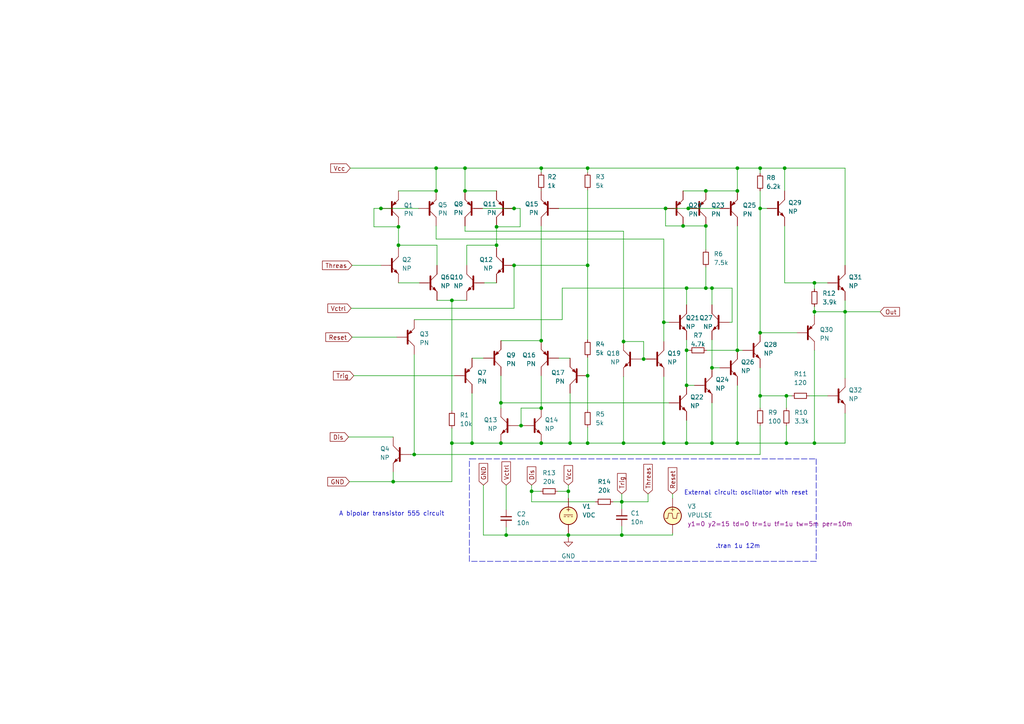
<source format=kicad_sch>
(kicad_sch (version 20231120) (generator "eeschema") (generator_version "8.0")
  (paper "A4")
  (lib_symbols
    (symbol "Device:C_Small" (pin_numbers hide) (pin_names (offset 0.254) hide)
      (property "Reference" "C" (at 0.254 1.778 0))
      (property "Value" "C_Small" (at 0.254 -2.032 0))
      (symbol "C_Small_0_1"
        (polyline (pts (xy -1.524 -0.508) (xy 1.524 -0.508)) (stroke (width 0.3302)))
        (polyline (pts (xy -1.524 0.508) (xy 1.524 0.508)) (stroke (width 0.3048)))
      )
      (symbol "C_Small_1_1"
        (pin passive line (at 0 2.54 270) (length 2.032) (name "~") (number "1"))
        (pin passive line (at 0 -2.54 90) (length 2.032) (name "~") (number "2"))
      )
    )
    (symbol "Device:R_Small" (pin_numbers hide) (pin_names (offset 0.254) hide)
      (property "Reference" "R" (at 0.762 0.508 0))
      (property "Value" "R_Small" (at 0.762 -1.016 0))
      (symbol "R_Small_0_1"
        (rectangle (start -0.762 1.778) (end 0.762 -1.778) (stroke (width 0.2032)))
      )
      (symbol "R_Small_1_1"
        (pin passive line (at 0 2.54 270) (length 0.762) (name "~") (number "1"))
        (pin passive line (at 0 -2.54 90) (length 0.762) (name "~") (number "2"))
      )
    )
    (symbol "Simulation_SPICE:VDC" (pin_numbers hide) (pin_names (offset 0.0254))
      (property "Reference" "V" (at 2.54 2.54 0))
      (property "Value" "VDC" (at 2.54 0 0))
      (property "Spice_Model" "dc(1)" (at 2.54 -2.54 0))
      (symbol "VDC_0_0"
        (polyline (pts (xy -1.27 0.254) (xy 1.27 0.254)))
        (polyline (pts (xy -0.762 -0.254) (xy -1.27 -0.254)))
        (polyline (pts (xy 0.254 -0.254) (xy -0.254 -0.254)))
        (polyline (pts (xy 1.27 -0.254) (xy 0.762 -0.254)))
        (text "+" (at 0 1.905 0) (effects (font (size 1.27 1.27))))
      )
      (symbol "VDC_0_1"
        (circle (center 0 0) (radius 2.54) (stroke (width 0.254)) (fill (type background)))
      )
      (symbol "VDC_1_1"
        (pin passive line (at 0 5.08 270) (length 2.54) (name "~") (number "1"))
        (pin passive line (at 0 -5.08 90) (length 2.54) (name "~") (number "2"))
      )
    )
    (symbol "Simulation_SPICE:VPULSE" (pin_numbers hide) (pin_names (offset 0.0254))
      (property "Reference" "V" (at 2.54 2.54 0))
      (property "Value" "VPULSE" (at 2.54 0 0))
      (property "Spice_Model" "pulse(0 1 2n 2n 2n 50n 100n)" (at 2.54 -2.54 0))
      (symbol "VPULSE_0_0"
        (polyline (pts (xy -2.032 -0.762) (xy -1.397 -0.762) (xy -1.143 0.762) (xy -0.127 0.762) (xy 0.127 -0.762) (xy 1.143 -0.762) (xy 1.397 0.762) (xy 2.032 0.762)))
        (text "+" (at 0 1.905 0) (effects (font (size 1.27 1.27))))
      )
      (symbol "VPULSE_0_1"
        (circle (center 0 0) (radius 2.54) (stroke (width 0.254)) (fill (type background)))
      )
      (symbol "VPULSE_1_1"
        (pin passive line (at 0 5.08 270) (length 2.54) (name "~") (number "1"))
        (pin passive line (at 0 -5.08 90) (length 2.54) (name "~") (number "2"))
      )
    )
    (symbol "Transistor_BJT:BCV61" (pin_numbers hide) (pin_names (offset 0) hide)
      (property "Reference" "Q?" (at 6.096 1.6511 0))
      (property "Value" "NP" (at 6.096 -0.8889 0))
      (symbol "BCV61_0_1"
        (polyline (pts (xy 2.54 0) (xy 3.302 0)) (stroke (width 0.1524)))
        (polyline (pts (xy 5.08 -2.54) (xy 3.175 -0.635)))
        (polyline (pts (xy 5.08 2.54) (xy 3.175 0.635)))
        (polyline (pts (xy 3.175 -1.905) (xy 3.175 1.905) (xy 3.175 1.905)) (stroke (width 0.508)) (fill (type outline)))
        (polyline (pts (xy 3.81 -1.778) (xy 4.318 -1.27) (xy 4.826 -2.286) (xy 3.81 -1.778) (xy 3.81 -1.778)) (fill (type outline)))
      )
      (symbol "BCV61_1_1"
        (pin passive line (at 5.08 5.08 270) (length 2.54) (name "C") (number "1"))
        (pin passive line (at 0 0 0) (length 2.54) (name "B") (number "2"))
        (pin passive line (at 5.08 -5.08 90) (length 2.54) (name "E") (number "3"))
      )
    )
    (symbol "Transistor_BJT:BCV62" (pin_numbers hide) (pin_names (offset 0) hide)
      (property "Reference" "Q?" (at 6.604 0.8891 0))
      (property "Value" "PN" (at 6.604 -1.6509 0))
      (symbol "BCV62_0_0"
        (pin passive line (at 0 0 0) (length 2.54) (name "B") (number "2"))
      )
      (symbol "BCV62_0_1"
        (polyline (pts (xy 2.54 0) (xy 3.048 0)) (stroke (width 0.1524)))
        (polyline (pts (xy 5.08 -2.54) (xy 3.175 -0.635)))
        (polyline (pts (xy 5.08 2.54) (xy 3.175 0.635)))
        (polyline (pts (xy 3.175 -1.905) (xy 3.175 1.905) (xy 3.175 1.905)) (stroke (width 0.508)) (fill (type outline)))
        (polyline (pts (xy 3.937 1.905) (xy 4.445 1.397) (xy 3.429 0.889) (xy 3.937 1.905) (xy 3.937 1.905)) (fill (type outline)))
      )
      (symbol "BCV62_1_1"
        (pin passive line (at 5.08 -5.08 90) (length 2.54) (name "C") (number "1"))
        (pin passive line (at 5.08 5.08 270) (length 2.54) (name "E") (number "3"))
      )
    )
    (symbol "power:GND" (power) (pin_names (offset 0))
      (property "Value" "GND" (at 0 -3.81 0))
      (symbol "GND_0_1"
        (polyline (pts (xy 0 0) (xy 0 -1.27) (xy 1.27 -1.27) (xy 0 -2.54) (xy -1.27 -1.27) (xy 0 -1.27)))
      )
      (symbol "GND_1_1"
        (pin power_in line (at 0 0 270) (length 0) hide (name "GND") (number "1"))
      )
    )
  )
  (junction (at 220.472 60.452))
  (junction (at 206.502 128.524))
  (junction (at 164.846 142.494))
  (junction (at 126.492 55.372))
  (junction (at 180.848 99.06))
  (junction (at 126.492 48.768))
  (junction (at 136.906 128.524))
  (junction (at 114.046 139.7))
  (junction (at 170.434 76.962))
  (junction (at 199.136 101.6))
  (junction (at 131.064 87.122))
  (junction (at 180.848 128.524))
  (junction (at 199.136 83.566))
  (junction (at 192.532 128.524))
  (junction (at 206.502 83.566))
  (junction (at 170.434 48.768))
  (junction (at 115.57 65.786))
  (junction (at 156.972 118.364))
  (junction (at 170.434 108.966))
  (junction (at 213.868 48.768))
  (junction (at 156.972 128.524))
  (junction (at 199.136 128.524))
  (junction (at 144.018 71.12))
  (junction (at 204.724 83.566))
  (junction (at 193.04 60.452))
  (junction (at 206.502 106.68))
  (junction (at 110.49 60.452))
  (junction (at 245.11 90.424))
  (junction (at 199.644 60.452))
  (junction (at 145.288 116.84))
  (junction (at 180.34 145.542))
  (junction (at 151.13 123.444))
  (junction (at 220.472 48.768))
  (junction (at 199.136 111.76))
  (junction (at 236.22 82.042))
  (junction (at 236.22 90.424))
  (junction (at 146.812 155.194))
  (junction (at 115.57 71.12))
  (junction (at 228.092 114.808))
  (junction (at 192.532 93.472))
  (junction (at 227.584 48.768))
  (junction (at 180.34 155.194))
  (junction (at 228.092 128.524))
  (junction (at 165.354 128.524))
  (junction (at 134.874 48.768))
  (junction (at 134.874 55.372))
  (junction (at 204.724 55.372))
  (junction (at 170.434 128.524))
  (junction (at 213.868 101.6))
  (junction (at 145.288 128.524))
  (junction (at 156.972 48.768))
  (junction (at 204.724 65.532))
  (junction (at 164.846 155.194))
  (junction (at 220.472 114.808))
  (junction (at 154.178 142.494))
  (junction (at 186.69 104.14))
  (junction (at 198.12 65.532))
  (junction (at 156.972 98.806))
  (junction (at 149.098 60.452))
  (junction (at 213.868 128.524))
  (junction (at 213.868 55.372))
  (junction (at 236.22 128.524))
  (junction (at 120.142 131.826))
  (junction (at 131.064 128.524))
  (junction (at 149.098 76.962))
  (junction (at 144.018 65.786))
  (junction (at 220.472 96.52))
  (wire (pts (xy 151.13 118.364) (xy 156.972 118.364)))
  (wire (pts (xy 220.472 131.826) (xy 220.472 123.444)))
  (wire (pts (xy 220.472 60.452) (xy 222.504 60.452)))
  (wire (pts (xy 131.064 87.122) (xy 131.064 119.126)))
  (wire (pts (xy 115.57 65.786) (xy 115.57 71.12)))
  (wire (pts (xy 206.502 116.84) (xy 206.502 128.524)))
  (wire (pts (xy 236.22 90.424) (xy 236.22 91.44)))
  (wire (pts (xy 213.868 48.768) (xy 213.868 55.372)))
  (wire (pts (xy 206.502 128.524) (xy 199.136 128.524)))
  (wire (pts (xy 145.288 128.524) (xy 156.972 128.524)))
  (wire (pts (xy 101.854 89.408) (xy 149.098 89.408)))
  (wire (pts (xy 101.6 48.768) (xy 126.492 48.768)))
  (wire (pts (xy 131.064 128.524) (xy 131.064 139.7)))
  (wire (pts (xy 227.584 65.532) (xy 227.584 82.042)))
  (wire (pts (xy 172.72 145.542) (xy 154.178 145.542)))
  (wire (pts (xy 220.472 55.372) (xy 220.472 60.452)))
  (wire (pts (xy 170.434 55.118) (xy 170.434 76.962)))
  (wire (pts (xy 149.098 76.962) (xy 149.098 89.408)))
  (wire (pts (xy 180.848 109.22) (xy 180.848 128.524)))
  (wire (pts (xy 150.368 123.444) (xy 151.13 123.444)))
  (wire (pts (xy 126.492 65.532) (xy 126.492 69.342)))
  (wire (pts (xy 156.972 128.524) (xy 165.354 128.524)))
  (wire (pts (xy 170.434 128.524) (xy 165.354 128.524)))
  (wire (pts (xy 131.064 124.206) (xy 131.064 128.524)))
  (wire (pts (xy 134.874 55.372) (xy 144.018 55.372)))
  (wire (pts (xy 204.724 55.372) (xy 213.868 55.372)))
  (polyline (pts (xy 236.728 162.814) (xy 136.144 162.814)) (stroke (width 0) (type dash)))
  (wire (pts (xy 144.018 71.12) (xy 144.018 71.882)))
  (wire (pts (xy 245.11 90.424) (xy 245.11 109.728)))
  (wire (pts (xy 180.848 128.524) (xy 170.434 128.524)))
  (wire (pts (xy 165.354 114.046) (xy 165.354 128.524)))
  (wire (pts (xy 245.11 119.888) (xy 245.11 128.524)))
  (wire (pts (xy 163.068 92.71) (xy 163.068 83.566)))
  (wire (pts (xy 102.108 76.962) (xy 110.49 76.962)))
  (wire (pts (xy 195.072 155.194) (xy 180.34 155.194)))
  (wire (pts (xy 180.34 152.654) (xy 180.34 155.194)))
  (wire (pts (xy 170.434 48.768) (xy 170.434 50.038)))
  (wire (pts (xy 102.108 97.79) (xy 115.062 97.79)))
  (wire (pts (xy 108.458 60.452) (xy 108.458 65.786)))
  (wire (pts (xy 193.04 60.452) (xy 193.04 65.532)))
  (wire (pts (xy 145.288 98.806) (xy 156.972 98.806)))
  (wire (pts (xy 170.434 76.962) (xy 170.434 98.552)))
  (wire (pts (xy 170.434 108.966) (xy 170.434 118.872)))
  (wire (pts (xy 134.874 67.056) (xy 180.848 67.056)))
  (wire (pts (xy 199.136 111.76) (xy 201.422 111.76)))
  (wire (pts (xy 151.13 123.444) (xy 151.892 123.444)))
  (wire (pts (xy 198.12 65.532) (xy 204.724 65.532)))
  (wire (pts (xy 134.874 48.768) (xy 134.874 55.372)))
  (wire (pts (xy 146.812 140.716) (xy 146.812 147.828)))
  (wire (pts (xy 180.34 145.542) (xy 187.96 145.542)))
  (wire (pts (xy 228.092 128.524) (xy 236.22 128.524)))
  (wire (pts (xy 220.472 106.68) (xy 220.472 114.808)))
  (wire (pts (xy 115.57 71.12) (xy 126.746 71.12)))
  (wire (pts (xy 146.812 155.194) (xy 164.846 155.194)))
  (wire (pts (xy 115.57 71.12) (xy 115.57 71.882)))
  (wire (pts (xy 126.746 71.12) (xy 126.746 76.962)))
  (wire (pts (xy 213.868 111.76) (xy 213.868 128.524)))
  (wire (pts (xy 227.584 82.042) (xy 236.22 82.042)))
  (wire (pts (xy 156.972 50.038) (xy 156.972 48.768)))
  (wire (pts (xy 136.906 114.046) (xy 136.906 128.524)))
  (wire (pts (xy 213.868 101.6) (xy 213.868 65.532)))
  (wire (pts (xy 245.11 48.768) (xy 245.11 76.962)))
  (wire (pts (xy 206.502 83.566) (xy 206.502 88.392)))
  (wire (pts (xy 170.434 48.768) (xy 213.868 48.768)))
  (wire (pts (xy 151.13 123.444) (xy 151.13 118.364)))
  (wire (pts (xy 198.12 55.372) (xy 204.724 55.372)))
  (wire (pts (xy 199.644 60.452) (xy 208.788 60.452)))
  (wire (pts (xy 164.846 154.686) (xy 164.846 155.194)))
  (wire (pts (xy 114.046 136.906) (xy 114.046 139.7)))
  (wire (pts (xy 144.018 65.786) (xy 144.018 71.12)))
  (wire (pts (xy 212.344 93.472) (xy 212.344 83.566)))
  (wire (pts (xy 220.472 96.52) (xy 231.14 96.52)))
  (wire (pts (xy 204.724 83.566) (xy 206.502 83.566)))
  (wire (pts (xy 145.288 116.84) (xy 194.056 116.84)))
  (wire (pts (xy 199.136 98.552) (xy 199.136 101.6)))
  (wire (pts (xy 156.972 48.768) (xy 170.434 48.768)))
  (wire (pts (xy 146.812 152.908) (xy 146.812 155.194)))
  (wire (pts (xy 115.57 82.042) (xy 121.666 82.042)))
  (wire (pts (xy 136.906 128.524) (xy 145.288 128.524)))
  (wire (pts (xy 144.018 65.532) (xy 144.018 65.786)))
  (wire (pts (xy 213.868 101.6) (xy 215.392 101.6)))
  (wire (pts (xy 206.502 98.552) (xy 206.502 106.68)))
  (wire (pts (xy 126.746 87.122) (xy 131.064 87.122)))
  (wire (pts (xy 204.724 65.532) (xy 204.724 72.39)))
  (wire (pts (xy 234.696 114.808) (xy 240.03 114.808)))
  (wire (pts (xy 206.502 106.68) (xy 208.788 106.68)))
  (polyline (pts (xy 236.728 133.096) (xy 236.728 162.814)) (stroke (width 0) (type dash)))
  (wire (pts (xy 213.868 48.768) (xy 220.472 48.768)))
  (wire (pts (xy 115.57 65.532) (xy 115.57 65.786)))
  (wire (pts (xy 156.972 65.532) (xy 156.972 98.806)))
  (wire (pts (xy 236.22 88.9) (xy 236.22 90.424)))
  (wire (pts (xy 220.472 60.452) (xy 220.472 96.52)))
  (wire (pts (xy 192.532 109.22) (xy 192.532 128.524)))
  (wire (pts (xy 162.052 103.886) (xy 165.354 103.886)))
  (wire (pts (xy 126.492 48.768) (xy 134.874 48.768)))
  (wire (pts (xy 211.582 93.472) (xy 212.344 93.472)))
  (wire (pts (xy 185.928 104.14) (xy 186.69 104.14)))
  (wire (pts (xy 228.092 128.524) (xy 213.868 128.524)))
  (wire (pts (xy 228.092 114.808) (xy 229.616 114.808)))
  (wire (pts (xy 192.532 128.524) (xy 180.848 128.524)))
  (wire (pts (xy 228.092 123.444) (xy 228.092 128.524)))
  (wire (pts (xy 120.142 131.826) (xy 119.126 131.826)))
  (polyline (pts (xy 136.144 133.096) (xy 136.398 133.096)) (stroke (width 0) (type dash)))
  (wire (pts (xy 121.412 60.452) (xy 110.49 60.452)))
  (wire (pts (xy 236.22 128.524) (xy 245.11 128.524)))
  (wire (pts (xy 101.346 139.7) (xy 114.046 139.7)))
  (wire (pts (xy 180.34 143.256) (xy 180.34 145.542)))
  (wire (pts (xy 149.098 76.962) (xy 170.434 76.962)))
  (wire (pts (xy 140.462 82.042) (xy 144.018 82.042)))
  (wire (pts (xy 101.092 126.746) (xy 114.046 126.746)))
  (wire (pts (xy 220.472 114.808) (xy 228.092 114.808)))
  (wire (pts (xy 220.472 48.768) (xy 227.584 48.768)))
  (wire (pts (xy 154.178 145.542) (xy 154.178 142.494)))
  (wire (pts (xy 108.458 65.786) (xy 115.57 65.786)))
  (wire (pts (xy 199.136 83.566) (xy 199.136 88.392)))
  (wire (pts (xy 245.11 87.122) (xy 245.11 90.424)))
  (wire (pts (xy 154.178 140.716) (xy 154.178 142.494)))
  (wire (pts (xy 170.434 103.632) (xy 170.434 108.966)))
  (wire (pts (xy 192.532 93.472) (xy 194.056 93.472)))
  (wire (pts (xy 204.978 101.6) (xy 213.868 101.6)))
  (wire (pts (xy 139.954 60.452) (xy 149.098 60.452)))
  (wire (pts (xy 149.098 60.452) (xy 150.876 60.452)))
  (wire (pts (xy 156.972 108.966) (xy 156.972 118.364)))
  (wire (pts (xy 145.288 108.966) (xy 145.288 116.84)))
  (wire (pts (xy 134.874 48.768) (xy 156.972 48.768)))
  (wire (pts (xy 195.072 154.686) (xy 195.072 155.194)))
  (wire (pts (xy 180.848 99.06) (xy 186.69 99.06)))
  (wire (pts (xy 135.382 71.12) (xy 144.018 71.12)))
  (wire (pts (xy 163.068 83.566) (xy 199.136 83.566)))
  (wire (pts (xy 126.492 69.342) (xy 192.532 69.342)))
  (wire (pts (xy 186.69 104.14) (xy 187.452 104.14)))
  (wire (pts (xy 135.382 76.962) (xy 135.382 71.12)))
  (wire (pts (xy 213.868 128.524) (xy 206.502 128.524)))
  (wire (pts (xy 199.136 128.524) (xy 192.532 128.524)))
  (wire (pts (xy 193.04 65.532) (xy 198.12 65.532)))
  (wire (pts (xy 102.616 108.966) (xy 131.826 108.966)))
  (wire (pts (xy 236.22 82.042) (xy 236.22 83.82)))
  (wire (pts (xy 164.846 155.194) (xy 164.846 155.956)))
  (wire (pts (xy 180.34 145.542) (xy 180.34 147.574)))
  (wire (pts (xy 150.876 60.452) (xy 150.876 65.786)))
  (wire (pts (xy 120.142 102.87) (xy 120.142 131.826)))
  (wire (pts (xy 187.96 143.256) (xy 187.96 145.542)))
  (wire (pts (xy 236.22 82.042) (xy 240.03 82.042)))
  (wire (pts (xy 186.69 99.06) (xy 186.69 104.14)))
  (wire (pts (xy 126.492 48.768) (xy 126.492 55.372)))
  (wire (pts (xy 177.8 145.542) (xy 180.34 145.542)))
  (wire (pts (xy 164.846 142.494) (xy 164.846 144.526)))
  (wire (pts (xy 136.906 103.886) (xy 140.208 103.886)))
  (wire (pts (xy 206.502 83.566) (xy 212.344 83.566)))
  (wire (pts (xy 140.208 140.716) (xy 140.208 155.194)))
  (wire (pts (xy 115.57 55.372) (xy 126.492 55.372)))
  (wire (pts (xy 140.208 155.194) (xy 146.812 155.194)))
  (wire (pts (xy 156.972 55.118) (xy 156.972 55.372)))
  (wire (pts (xy 192.532 93.472) (xy 192.532 69.342)))
  (wire (pts (xy 131.064 87.122) (xy 135.382 87.122)))
  (wire (pts (xy 120.142 92.71) (xy 163.068 92.71)))
  (wire (pts (xy 195.072 143.256) (xy 195.072 144.526)))
  (wire (pts (xy 236.22 101.6) (xy 236.22 128.524)))
  (wire (pts (xy 192.532 99.06) (xy 192.532 93.472)))
  (wire (pts (xy 164.846 140.716) (xy 164.846 142.494)))
  (wire (pts (xy 199.136 101.6) (xy 199.898 101.6)))
  (wire (pts (xy 170.434 123.952) (xy 170.434 128.524)))
  (wire (pts (xy 236.22 90.424) (xy 245.11 90.424)))
  (wire (pts (xy 120.142 131.826) (xy 220.472 131.826)))
  (wire (pts (xy 162.052 60.452) (xy 193.04 60.452)))
  (wire (pts (xy 154.178 142.494) (xy 156.718 142.494)))
  (wire (pts (xy 220.472 48.768) (xy 220.472 50.292)))
  (wire (pts (xy 204.724 77.47) (xy 204.724 83.566)))
  (wire (pts (xy 145.288 116.84) (xy 145.288 118.364)))
  (wire (pts (xy 199.136 83.566) (xy 204.724 83.566)))
  (wire (pts (xy 134.874 65.532) (xy 134.874 67.056)))
  (wire (pts (xy 150.876 65.786) (xy 144.018 65.786)))
  (polyline (pts (xy 136.398 133.096) (xy 236.728 133.096)) (stroke (width 0) (type dash)))
  (wire (pts (xy 227.584 48.768) (xy 245.11 48.768)))
  (wire (pts (xy 220.472 114.808) (xy 220.472 118.364)))
  (wire (pts (xy 180.848 67.056) (xy 180.848 99.06)))
  (wire (pts (xy 227.584 48.768) (xy 227.584 55.372)))
  (polyline (pts (xy 136.144 162.814) (xy 136.144 133.096)) (stroke (width 0) (type dash)))
  (wire (pts (xy 110.49 60.452) (xy 108.458 60.452)))
  (wire (pts (xy 131.064 128.524) (xy 136.906 128.524)))
  (wire (pts (xy 180.34 155.194) (xy 164.846 155.194)))
  (wire (pts (xy 193.04 60.452) (xy 199.644 60.452)))
  (wire (pts (xy 114.046 139.7) (xy 131.064 139.7)))
  (wire (pts (xy 161.798 142.494) (xy 164.846 142.494)))
  (wire (pts (xy 199.136 121.92) (xy 199.136 128.524)))
  (wire (pts (xy 228.092 114.808) (xy 228.092 118.364)))
  (wire (pts (xy 245.11 90.424) (xy 255.27 90.424)))
  (wire (pts (xy 199.136 101.6) (xy 199.136 111.76)))
  (text "A bipolar transistor 555 circuit" (at 98.298 149.86 0) (effects (font (size 1.27 1.27)) (justify left bottom)))
  (text "External circuit: oscillator with reset" (at 198.374 143.764 0) (effects (font (size 1.27 1.27)) (justify left bottom)))
  (text ".tran 1u 12m" (at 207.518 159.258 0) (effects (font (size 1.27 1.27)) (justify left bottom)))
  (global_label "Dis" (shape input) (at 154.178 140.716 90) (property "Intersheetrefs" "${INTERSHEET_REFS}" (effects (hide yes))))
  (global_label "Threas" (shape input) (at 102.108 76.962 180) (property "Intersheetrefs" "${INTERSHEET_REFS}" (effects (hide yes))))
  (global_label "Out" (shape input) (at 255.27 90.424 0) (property "Intersheetrefs" "${INTERSHEET_REFS}" (effects (hide yes))))
  (global_label "Threas" (shape input) (at 187.96 143.256 90) (property "Intersheetrefs" "${INTERSHEET_REFS}" (effects (hide yes))))
  (global_label "Vcc" (shape input) (at 101.6 48.768 180) (property "Intersheetrefs" "${INTERSHEET_REFS}" (effects (hide yes))))
  (global_label "Trig" (shape input) (at 102.616 108.966 180) (property "Intersheetrefs" "${INTERSHEET_REFS}" (effects (hide yes))))
  (global_label "Vctrl" (shape input) (at 146.812 140.716 90) (property "Intersheetrefs" "${INTERSHEET_REFS}" (effects (hide yes))))
  (global_label "Vctrl" (shape input) (at 101.854 89.408 180) (property "Intersheetrefs" "${INTERSHEET_REFS}" (effects (hide yes))))
  (global_label "Reset" (shape input) (at 102.108 97.79 180) (property "Intersheetrefs" "${INTERSHEET_REFS}" (effects (hide yes))))
  (global_label "Vcc" (shape input) (at 164.846 140.716 90) (property "Intersheetrefs" "${INTERSHEET_REFS}" (effects (hide yes))))
  (global_label "Reset" (shape input) (at 195.072 143.256 90) (property "Intersheetrefs" "${INTERSHEET_REFS}" (effects (hide yes))))
  (global_label "Dis" (shape input) (at 101.092 126.746 180) (property "Intersheetrefs" "${INTERSHEET_REFS}" (effects (hide yes))))
  (global_label "GND" (shape input) (at 140.208 140.716 90) (property "Intersheetrefs" "${INTERSHEET_REFS}" (effects (hide yes))))
  (global_label "GND" (shape input) (at 101.346 139.7 180) (property "Intersheetrefs" "${INTERSHEET_REFS}" (effects (hide yes))))
  (global_label "Trig" (shape input) (at 180.34 143.256 90) (property "Intersheetrefs" "${INTERSHEET_REFS}" (effects (hide yes))))
  (symbol (lib_id "Transistor_BJT:BCV62") (at 162.052 103.886 0) (mirror y) (unit 1)
    (property "Reference" "Q16" (at 155.448 102.9969 0) (effects (justify left)))
    (property "Value" "PN" (at 155.448 105.5369 0) (effects (justify left)))
    (property "Sim.Library" "bipmod.lib" (effects (hide yes)))
    (property "Sim.Name" "PN" (effects (hide yes)))
    (property "Sim.Pins" "1=1 2=2 3=3" (effects (hide yes)))
  )
  (symbol (lib_id "Transistor_BJT:BCV61") (at 194.056 116.84 0) (unit 1)
    (property "Reference" "Q22" (at 200.152 115.1889 0) (effects (justify left)))
    (property "Value" "NP" (at 200.152 117.7289 0) (effects (justify left)))
    (property "Sim.Library" "bipmod.lib" (effects (hide yes)))
    (property "Sim.Name" "NP" (effects (hide yes)))
    (property "Sim.Pins" "1=C 2=B 3=E" (effects (hide yes)))
  )
  (symbol (lib_id "Transistor_BJT:BCV62") (at 131.826 108.966 0) (unit 1)
    (property "Reference" "Q7" (at 138.43 108.0769 0) (effects (justify left)))
    (property "Value" "PN" (at 138.43 110.6169 0) (effects (justify left)))
    (property "Sim.Library" "bipmod.lib" (effects (hide yes)))
    (property "Sim.Name" "PN" (effects (hide yes)))
    (property "Sim.Pins" "1=1 2=2 3=3" (effects (hide yes)))
  )
  (symbol (lib_id "Transistor_BJT:BCV62") (at 121.412 60.452 0) (unit 1)
    (property "Reference" "Q5" (at 127 59.436 0) (effects (justify left)))
    (property "Value" "PN" (at 127 61.8491 0) (effects (justify left)))
    (property "Sim.Library" "bipmod.lib" (effects (hide yes)))
    (property "Sim.Name" "PN" (effects (hide yes)))
    (property "Sim.Pins" "1=1 2=2 3=3" (effects (hide yes)))
  )
  (symbol (lib_id "Transistor_BJT:BCV62") (at 115.062 97.79 0) (unit 1)
    (property "Reference" "Q3" (at 121.666 96.9009 0) (effects (justify left)))
    (property "Value" "PN" (at 121.666 99.4409 0) (effects (justify left)))
    (property "Sim.Library" "bipmod.lib" (effects (hide yes)))
    (property "Sim.Name" "PN" (effects (hide yes)))
    (property "Sim.Pins" "1=1 2=2 3=3" (effects (hide yes)))
  )
  (symbol (lib_id "Device:R_Small") (at 220.472 52.832 0) (unit 1)
    (property "Reference" "R8" (at 222.25 51.5619 0) (effects (justify left)))
    (property "Value" "6.2k" (at 222.25 54.1019 0) (effects (justify left)))
  )
  (symbol (lib_id "Device:R_Small") (at 159.258 142.494 270) (unit 1)
    (property "Reference" "R13" (at 159.258 137.16 90))
    (property "Value" "20k" (at 159.258 139.7 90))
  )
  (symbol (lib_id "Transistor_BJT:BCV62") (at 162.052 60.452 0) (mirror y) (unit 1)
    (property "Reference" "Q15" (at 156.21 59.1819 0) (effects (justify left)))
    (property "Value" "PN" (at 156.21 61.7219 0) (effects (justify left)))
    (property "Sim.Library" "bipmod.lib" (effects (hide yes)))
    (property "Sim.Name" "PN" (effects (hide yes)))
    (property "Sim.Pins" "1=1 2=2 3=3" (effects (hide yes)))
  )
  (symbol (lib_id "Device:R_Small") (at 170.434 52.578 0) (unit 1)
    (property "Reference" "R3" (at 172.72 51.3079 0) (effects (justify left)))
    (property "Value" "5k" (at 172.72 53.8479 0) (effects (justify left)))
  )
  (symbol (lib_id "Transistor_BJT:BCV62") (at 110.49 60.452 0) (unit 1)
    (property "Reference" "Q1" (at 117.094 59.5629 0) (effects (justify left)))
    (property "Value" "PN" (at 117.094 61.976 0) (effects (justify left)))
    (property "Sim.Library" "bipmod.lib" (effects (hide yes)))
    (property "Sim.Name" "PN" (effects (hide yes)))
    (property "Sim.Pins" "1=1 2=2 3=3" (effects (hide yes)))
  )
  (symbol (lib_id "Transistor_BJT:BCV61") (at 208.788 106.68 0) (unit 1)
    (property "Reference" "Q26" (at 214.884 105.0289 0) (effects (justify left)))
    (property "Value" "NP" (at 214.884 107.5689 0) (effects (justify left)))
    (property "Sim.Library" "bipmod.lib" (effects (hide yes)))
    (property "Sim.Name" "NP" (effects (hide yes)))
    (property "Sim.Pins" "1=C 2=B 3=E" (effects (hide yes)))
  )
  (symbol (lib_id "Device:R_Small") (at 232.156 114.808 270) (unit 1)
    (property "Reference" "R11" (at 232.156 108.458 90))
    (property "Value" "120" (at 232.156 110.998 90))
  )
  (symbol (lib_id "Transistor_BJT:BCV61") (at 240.03 114.808 0) (unit 1)
    (property "Reference" "Q32" (at 246.126 113.1569 0) (effects (justify left)))
    (property "Value" "NP" (at 246.126 115.6969 0) (effects (justify left)))
    (property "Sim.Library" "bipmod.lib" (effects (hide yes)))
    (property "Sim.Name" "NP" (effects (hide yes)))
    (property "Sim.Pins" "1=C 2=B 3=E" (effects (hide yes)))
  )
  (symbol (lib_id "Device:C_Small") (at 146.812 150.368 0) (unit 1)
    (property "Reference" "C2" (at 149.86 149.1042 0) (effects (justify left)))
    (property "Value" "10n" (at 149.86 151.6442 0) (effects (justify left)))
  )
  (symbol (lib_id "Device:R_Small") (at 204.724 74.93 0) (unit 1)
    (property "Reference" "R6" (at 207.01 73.6599 0) (effects (justify left)))
    (property "Value" "7.5k" (at 207.01 76.1999 0) (effects (justify left)))
  )
  (symbol (lib_id "Transistor_BJT:BCV61") (at 151.892 123.444 0) (unit 1)
    (property "Reference" "Q14" (at 157.988 121.7929 0) (effects (justify left)))
    (property "Value" "NP" (at 157.988 124.3329 0) (effects (justify left)))
    (property "Sim.Library" "bipmod.lib" (effects (hide yes)))
    (property "Sim.Name" "NP" (effects (hide yes)))
    (property "Sim.Pins" "1=C 2=B 3=E" (effects (hide yes)))
  )
  (symbol (lib_id "Device:R_Small") (at 175.26 145.542 270) (unit 1)
    (property "Reference" "R14" (at 175.26 139.7 90))
    (property "Value" "20k" (at 175.26 142.24 90))
  )
  (symbol (lib_id "Transistor_BJT:BCV61") (at 110.49 76.962 0) (unit 1)
    (property "Reference" "Q2" (at 116.586 75.3109 0) (effects (justify left)))
    (property "Value" "NP" (at 116.586 77.8509 0) (effects (justify left)))
    (property "Sim.Library" "bipmod.lib" (effects (hide yes)))
    (property "Sim.Name" "NP" (effects (hide yes)))
    (property "Sim.Pins" "1=C 2=B 3=E" (effects (hide yes)))
  )
  (symbol (lib_id "Transistor_BJT:BCV61") (at 201.422 111.76 0) (unit 1)
    (property "Reference" "Q24" (at 207.518 110.1089 0) (effects (justify left)))
    (property "Value" "NP" (at 207.518 112.6489 0) (effects (justify left)))
    (property "Sim.Library" "bipmod.lib" (effects (hide yes)))
    (property "Sim.Name" "NP" (effects (hide yes)))
    (property "Sim.Pins" "1=C 2=B 3=E" (effects (hide yes)))
  )
  (symbol (lib_id "power:GND") (at 164.846 155.956 0) (unit 1)
    (property "Reference" "#PWR01" (effects (hide yes)))
    (property "Value" "GND" (at 164.846 161.29 0))
  )
  (symbol (lib_id "Transistor_BJT:BCV62") (at 140.208 103.886 0) (unit 1)
    (property "Reference" "Q9" (at 146.812 102.9969 0) (effects (justify left)))
    (property "Value" "PN" (at 146.812 105.5369 0) (effects (justify left)))
    (property "Sim.Library" "bipmod.lib" (effects (hide yes)))
    (property "Sim.Name" "PN" (effects (hide yes)))
    (property "Sim.Pins" "1=1 2=2 3=3" (effects (hide yes)))
  )
  (symbol (lib_id "Device:R_Small") (at 156.972 52.578 0) (unit 1)
    (property "Reference" "R2" (at 158.75 51.3079 0) (effects (justify left)))
    (property "Value" "1k" (at 158.75 53.8479 0) (effects (justify left)))
  )
  (symbol (lib_id "Transistor_BJT:BCV61") (at 121.666 82.042 0) (unit 1)
    (property "Reference" "Q6" (at 127.762 80.3909 0) (effects (justify left)))
    (property "Value" "NP" (at 127.762 82.9309 0) (effects (justify left)))
    (property "Sim.Library" "bipmod.lib" (effects (hide yes)))
    (property "Sim.Name" "NP" (effects (hide yes)))
    (property "Sim.Pins" "1=C 2=B 3=E" (effects (hide yes)))
  )
  (symbol (lib_id "Transistor_BJT:BCV62") (at 231.14 96.52 0) (unit 1)
    (property "Reference" "Q30" (at 237.744 95.6309 0) (effects (justify left)))
    (property "Value" "PN" (at 237.744 98.1709 0) (effects (justify left)))
    (property "Sim.Library" "bipmod.lib" (effects (hide yes)))
    (property "Sim.Name" "PN" (effects (hide yes)))
    (property "Sim.Pins" "1=1 2=2 3=3" (effects (hide yes)))
  )
  (symbol (lib_id "Transistor_BJT:BCV61") (at 240.03 82.042 0) (unit 1)
    (property "Reference" "Q31" (at 246.126 80.3909 0) (effects (justify left)))
    (property "Value" "NP" (at 246.126 82.9309 0) (effects (justify left)))
    (property "Sim.Library" "bipmod.lib" (effects (hide yes)))
    (property "Sim.Name" "NP" (effects (hide yes)))
    (property "Sim.Pins" "1=C 2=B 3=E" (effects (hide yes)))
  )
  (symbol (lib_id "Transistor_BJT:BCV62") (at 170.434 108.966 0) (mirror y) (unit 1)
    (property "Reference" "Q17" (at 163.83 108.0769 0) (effects (justify left)))
    (property "Value" "PN" (at 163.83 110.6169 0) (effects (justify left)))
    (property "Sim.Library" "bipmod.lib" (effects (hide yes)))
    (property "Sim.Name" "PN" (effects (hide yes)))
    (property "Sim.Pins" "1=1 2=2 3=3" (effects (hide yes)))
  )
  (symbol (lib_id "Device:R_Small") (at 202.438 101.6 270) (unit 1)
    (property "Reference" "R7" (at 202.438 97.282 90))
    (property "Value" "4.7k" (at 202.438 99.822 90))
  )
  (symbol (lib_id "Device:R_Small") (at 131.064 121.666 0) (unit 1)
    (property "Reference" "R1" (at 133.35 120.3959 0) (effects (justify left)))
    (property "Value" "10k" (at 133.35 122.9359 0) (effects (justify left)))
  )
  (symbol (lib_id "Transistor_BJT:BCV61") (at 140.462 82.042 0) (mirror y) (unit 1)
    (property "Reference" "Q10" (at 134.366 80.3909 0) (effects (justify left)))
    (property "Value" "NP" (at 134.366 82.9309 0) (effects (justify left)))
    (property "Sim.Library" "bipmod.lib" (effects (hide yes)))
    (property "Sim.Name" "NP" (effects (hide yes)))
    (property "Sim.Pins" "1=C 2=B 3=E" (effects (hide yes)))
  )
  (symbol (lib_id "Simulation_SPICE:VPULSE") (at 195.072 149.606 0) (unit 1)
    (property "Reference" "V3" (at 199.39 146.8761 0) (effects (justify left)))
    (property "Value" "VPULSE" (at 199.39 149.4161 0) (effects (justify left)))
    (property "Sim.Device" "V" (effects (hide yes)))
    (property "Sim.Type" "PULSE" (effects (hide yes)))
    (property "Sim.Params" "y1=0 y2=15 td=0 tr=1u tf=1u tw=5m per=10m" (at 199.39 151.9561 0) (effects (justify left)))
    (property "Sim.Pins" "1=+ 2=-" (effects (hide yes)))
  )
  (symbol (lib_id "Transistor_BJT:BCV62") (at 199.644 60.452 0) (unit 1)
    (property "Reference" "Q23" (at 206.248 59.5629 0) (effects (justify left)))
    (property "Value" "PN" (at 206.248 62.1029 0) (effects (justify left)))
    (property "Sim.Library" "bipmod.lib" (effects (hide yes)))
    (property "Sim.Name" "PN" (effects (hide yes)))
    (property "Sim.Pins" "1=1 2=2 3=3" (effects (hide yes)))
  )
  (symbol (lib_id "Transistor_BJT:BCV62") (at 149.098 60.452 0) (mirror y) (unit 1)
    (property "Reference" "Q11" (at 144.018 59.1819 0) (effects (justify left)))
    (property "Value" "PN" (at 144.018 61.722 0) (effects (justify left)))
    (property "Sim.Library" "bipmod.lib" (effects (hide yes)))
    (property "Sim.Name" "PN" (effects (hide yes)))
    (property "Sim.Pins" "1=1 2=2 3=3" (effects (hide yes)))
  )
  (symbol (lib_id "Device:R_Small") (at 220.472 120.904 0) (unit 1)
    (property "Reference" "R9" (at 222.758 119.6339 0) (effects (justify left)))
    (property "Value" "100" (at 222.758 122.1739 0) (effects (justify left)))
  )
  (symbol (lib_id "Transistor_BJT:BCV61") (at 215.392 101.6 0) (unit 1)
    (property "Reference" "Q28" (at 221.488 99.9489 0) (effects (justify left)))
    (property "Value" "NP" (at 221.488 102.4889 0) (effects (justify left)))
    (property "Sim.Library" "bipmod.lib" (effects (hide yes)))
    (property "Sim.Name" "NP" (effects (hide yes)))
    (property "Sim.Pins" "1=C 2=B 3=E" (effects (hide yes)))
  )
  (symbol (lib_id "Transistor_BJT:BCV61") (at 149.098 76.962 0) (mirror y) (unit 1)
    (property "Reference" "Q12" (at 143.002 75.3109 0) (effects (justify left)))
    (property "Value" "NP" (at 143.002 77.8509 0) (effects (justify left)))
    (property "Sim.Library" "bipmod.lib" (effects (hide yes)))
    (property "Sim.Name" "NP" (effects (hide yes)))
    (property "Sim.Pins" "1=C 2=B 3=E" (effects (hide yes)))
  )
  (symbol (lib_id "Transistor_BJT:BCV61") (at 187.452 104.14 0) (unit 1)
    (property "Reference" "Q19" (at 193.548 102.4889 0) (effects (justify left)))
    (property "Value" "NP" (at 193.548 105.0289 0) (effects (justify left)))
    (property "Sim.Library" "bipmod.lib" (effects (hide yes)))
    (property "Sim.Name" "NP" (effects (hide yes)))
    (property "Sim.Pins" "1=C 2=B 3=E" (effects (hide yes)))
  )
  (symbol (lib_id "Device:C_Small") (at 180.34 150.114 0) (unit 1)
    (property "Reference" "C1" (at 182.88 148.8502 0) (effects (justify left)))
    (property "Value" "10n" (at 182.88 151.3902 0) (effects (justify left)))
  )
  (symbol (lib_id "Device:R_Small") (at 228.092 120.904 0) (unit 1)
    (property "Reference" "R10" (at 230.378 119.6339 0) (effects (justify left)))
    (property "Value" "3.3k" (at 230.378 122.1739 0) (effects (justify left)))
  )
  (symbol (lib_id "Device:R_Small") (at 170.434 121.412 0) (unit 1)
    (property "Reference" "R5" (at 172.72 120.1419 0) (effects (justify left)))
    (property "Value" "5k" (at 172.72 122.6819 0) (effects (justify left)))
  )
  (symbol (lib_id "Simulation_SPICE:VDC") (at 164.846 149.606 0) (unit 1)
    (property "Reference" "V1" (at 168.91 146.8761 0) (effects (justify left)))
    (property "Value" "VDC" (at 168.91 149.4161 0) (effects (justify left)))
    (property "Sim.Device" "SPICE" (effects (hide yes)))
    (property "Sim.Params" "type=\"V\" model=\"15\" lib=\"\"" (effects (hide yes)))
    (property "Sim.Pins" "1=1 2=2" (effects (hide yes)))
  )
  (symbol (lib_id "Transistor_BJT:BCV62") (at 193.04 60.452 0) (unit 1)
    (property "Reference" "Q20" (at 199.644 59.5629 0) (effects (justify left)))
    (property "Value" "PN" (at 199.644 62.1029 0) (effects (justify left)))
    (property "Sim.Library" "bipmod.lib" (effects (hide yes)))
    (property "Sim.Name" "PN" (effects (hide yes)))
    (property "Sim.Pins" "1=1 2=2 3=3" (effects (hide yes)))
  )
  (symbol (lib_id "Device:R_Small") (at 236.22 86.36 0) (unit 1)
    (property "Reference" "R12" (at 238.506 85.0899 0) (effects (justify left)))
    (property "Value" "3.9k" (at 238.506 87.6299 0) (effects (justify left)))
  )
  (symbol (lib_id "Device:R_Small") (at 170.434 101.092 0) (unit 1)
    (property "Reference" "R4" (at 172.72 99.8219 0) (effects (justify left)))
    (property "Value" "5k" (at 172.72 102.3619 0) (effects (justify left)))
  )
  (symbol (lib_id "Transistor_BJT:BCV61") (at 194.056 93.472 0) (unit 1)
    (property "Reference" "Q21" (at 198.882 92.202 0) (effects (justify left)))
    (property "Value" "NP" (at 198.882 94.742 0) (effects (justify left)))
    (property "Sim.Library" "bipmod.lib" (effects (hide yes)))
    (property "Sim.Name" "NP" (effects (hide yes)))
    (property "Sim.Pins" "1=C 2=B 3=E" (effects (hide yes)))
  )
  (symbol (lib_id "Transistor_BJT:BCV62") (at 208.788 60.452 0) (unit 1)
    (property "Reference" "Q25" (at 215.392 59.5629 0) (effects (justify left)))
    (property "Value" "PN" (at 215.392 62.1029 0) (effects (justify left)))
    (property "Sim.Library" "bipmod.lib" (effects (hide yes)))
    (property "Sim.Name" "PN" (effects (hide yes)))
    (property "Sim.Pins" "1=1 2=2 3=3" (effects (hide yes)))
  )
  (symbol (lib_id "Transistor_BJT:BCV61") (at 119.126 131.826 0) (mirror y) (unit 1)
    (property "Reference" "Q4" (at 113.03 130.1749 0) (effects (justify left)))
    (property "Value" "NP" (at 113.03 132.7149 0) (effects (justify left)))
    (property "Sim.Library" "bipmod.lib" (effects (hide yes)))
    (property "Sim.Name" "NP" (effects (hide yes)))
    (property "Sim.Pins" "1=C 2=B 3=E" (effects (hide yes)))
  )
  (symbol (lib_id "Transistor_BJT:BCV61") (at 222.504 60.452 0) (unit 1)
    (property "Reference" "Q29" (at 228.6 58.8009 0) (effects (justify left)))
    (property "Value" "NP" (at 228.6 61.3409 0) (effects (justify left)))
    (property "Sim.Library" "bipmod.lib" (effects (hide yes)))
    (property "Sim.Name" "NP" (effects (hide yes)))
    (property "Sim.Pins" "1=C 2=B 3=E" (effects (hide yes)))
  )
  (symbol (lib_id "Transistor_BJT:BCV61") (at 185.928 104.14 0) (mirror y) (unit 1)
    (property "Reference" "Q18" (at 179.832 102.4889 0) (effects (justify left)))
    (property "Value" "NP" (at 179.832 105.0289 0) (effects (justify left)))
    (property "Sim.Library" "bipmod.lib" (effects (hide yes)))
    (property "Sim.Name" "NP" (effects (hide yes)))
    (property "Sim.Pins" "1=C 2=B 3=E" (effects (hide yes)))
  )
  (symbol (lib_id "Transistor_BJT:BCV61") (at 150.368 123.444 0) (mirror y) (unit 1)
    (property "Reference" "Q13" (at 144.272 121.7929 0) (effects (justify left)))
    (property "Value" "NP" (at 144.272 124.3329 0) (effects (justify left)))
    (property "Sim.Library" "bipmod.lib" (effects (hide yes)))
    (property "Sim.Name" "NP" (effects (hide yes)))
    (property "Sim.Pins" "1=C 2=B 3=E" (effects (hide yes)))
  )
  (symbol (lib_id "Transistor_BJT:BCV61") (at 211.582 93.472 0) (mirror y) (unit 1)
    (property "Reference" "Q27" (at 206.756 92.202 0) (effects (justify left)))
    (property "Value" "NP" (at 206.756 94.742 0) (effects (justify left)))
    (property "Sim.Library" "bipmod.lib" (effects (hide yes)))
    (property "Sim.Name" "NP" (effects (hide yes)))
    (property "Sim.Pins" "1=C 2=B 3=E" (effects (hide yes)))
  )
  (symbol (lib_id "Transistor_BJT:BCV62") (at 139.954 60.452 0) (mirror y) (unit 1)
    (property "Reference" "Q8" (at 134.366 59.182 0) (effects (justify left)))
    (property "Value" "PN" (at 134.366 61.722 0) (effects (justify left)))
    (property "Sim.Library" "bipmod.lib" (effects (hide yes)))
    (property "Sim.Name" "PN" (effects (hide yes)))
    (property "Sim.Pins" "1=1 2=2 3=3" (effects (hide yes)))
  )
)
</source>
